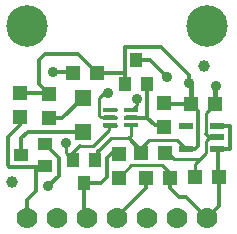
<source format=gbr>
G04 EAGLE Gerber RS-274X export*
G75*
%MOMM*%
%FSLAX34Y34*%
%LPD*%
%INTop Copper*%
%IPPOS*%
%AMOC8*
5,1,8,0,0,1.08239X$1,22.5*%
G01*
%ADD10R,1.200000X0.400000*%
%ADD11R,1.000000X0.400000*%
%ADD12R,1.200000X1.300000*%
%ADD13R,1.300000X1.200000*%
%ADD14R,1.000000X1.270000*%
%ADD15R,1.200000X0.550000*%
%ADD16R,1.400000X1.400000*%
%ADD17R,1.270000X1.000000*%
%ADD18C,1.000000*%
%ADD19C,3.516000*%
%ADD20C,1.778000*%
%ADD21C,0.254000*%
%ADD22C,0.906400*%
%ADD23C,0.406400*%
%ADD24C,0.304800*%

G36*
X100128Y104506D02*
X100128Y104506D01*
X100165Y104505D01*
X100553Y104556D01*
X100596Y104571D01*
X100679Y104590D01*
X101041Y104740D01*
X101078Y104765D01*
X101154Y104805D01*
X101465Y105043D01*
X101494Y105077D01*
X101557Y105135D01*
X101795Y105446D01*
X101815Y105487D01*
X101860Y105559D01*
X102010Y105921D01*
X102019Y105965D01*
X102044Y106047D01*
X102095Y106435D01*
X102092Y106476D01*
X102099Y106514D01*
X102094Y106535D01*
X102095Y106565D01*
X102044Y106953D01*
X102029Y106996D01*
X102010Y107079D01*
X101860Y107441D01*
X101835Y107478D01*
X101795Y107554D01*
X101557Y107865D01*
X101523Y107894D01*
X101465Y107957D01*
X101154Y108195D01*
X101113Y108215D01*
X101041Y108260D01*
X100679Y108410D01*
X100635Y108419D01*
X100553Y108444D01*
X100165Y108495D01*
X100142Y108493D01*
X100134Y108495D01*
X100127Y108495D01*
X100100Y108499D01*
X90600Y108499D01*
X90592Y108498D01*
X90583Y108499D01*
X90495Y108478D01*
X90405Y108460D01*
X90398Y108455D01*
X90390Y108453D01*
X90317Y108399D01*
X90241Y108347D01*
X90237Y108340D01*
X90230Y108335D01*
X90183Y108257D01*
X90134Y108180D01*
X90133Y108171D01*
X90128Y108164D01*
X90101Y108000D01*
X90101Y105000D01*
X90102Y104992D01*
X90101Y104983D01*
X90122Y104895D01*
X90140Y104805D01*
X90145Y104798D01*
X90147Y104790D01*
X90201Y104717D01*
X90253Y104641D01*
X90260Y104637D01*
X90265Y104630D01*
X90343Y104583D01*
X90420Y104534D01*
X90429Y104533D01*
X90436Y104528D01*
X90600Y104501D01*
X100100Y104501D01*
X100128Y104506D01*
G37*
G36*
X100128Y98006D02*
X100128Y98006D01*
X100165Y98005D01*
X100553Y98056D01*
X100596Y98071D01*
X100679Y98090D01*
X101041Y98240D01*
X101078Y98265D01*
X101154Y98305D01*
X101465Y98543D01*
X101494Y98577D01*
X101557Y98635D01*
X101795Y98946D01*
X101815Y98987D01*
X101860Y99059D01*
X102010Y99421D01*
X102019Y99465D01*
X102044Y99547D01*
X102095Y99935D01*
X102092Y99976D01*
X102099Y100014D01*
X102094Y100035D01*
X102095Y100065D01*
X102044Y100453D01*
X102029Y100496D01*
X102010Y100579D01*
X101860Y100941D01*
X101835Y100978D01*
X101795Y101054D01*
X101557Y101365D01*
X101523Y101394D01*
X101465Y101457D01*
X101154Y101695D01*
X101113Y101715D01*
X101041Y101760D01*
X100679Y101910D01*
X100635Y101919D01*
X100553Y101944D01*
X100165Y101995D01*
X100142Y101993D01*
X100134Y101995D01*
X100127Y101995D01*
X100100Y101999D01*
X90600Y101999D01*
X90592Y101998D01*
X90583Y101999D01*
X90495Y101978D01*
X90405Y101960D01*
X90398Y101955D01*
X90390Y101953D01*
X90317Y101899D01*
X90241Y101847D01*
X90237Y101840D01*
X90230Y101835D01*
X90183Y101757D01*
X90134Y101680D01*
X90133Y101671D01*
X90128Y101664D01*
X90101Y101500D01*
X90101Y98500D01*
X90102Y98492D01*
X90101Y98483D01*
X90122Y98395D01*
X90140Y98305D01*
X90145Y98298D01*
X90147Y98290D01*
X90201Y98217D01*
X90253Y98141D01*
X90260Y98137D01*
X90265Y98130D01*
X90343Y98083D01*
X90420Y98034D01*
X90429Y98033D01*
X90436Y98028D01*
X90600Y98001D01*
X100100Y98001D01*
X100128Y98006D01*
G37*
G36*
X100128Y91506D02*
X100128Y91506D01*
X100165Y91505D01*
X100553Y91556D01*
X100596Y91571D01*
X100679Y91590D01*
X101041Y91740D01*
X101078Y91765D01*
X101154Y91805D01*
X101465Y92043D01*
X101494Y92077D01*
X101557Y92135D01*
X101795Y92446D01*
X101815Y92487D01*
X101860Y92559D01*
X102010Y92921D01*
X102019Y92965D01*
X102044Y93047D01*
X102095Y93435D01*
X102092Y93476D01*
X102099Y93514D01*
X102094Y93535D01*
X102095Y93565D01*
X102044Y93953D01*
X102029Y93996D01*
X102010Y94079D01*
X101860Y94441D01*
X101835Y94478D01*
X101795Y94554D01*
X101557Y94865D01*
X101523Y94894D01*
X101465Y94957D01*
X101154Y95195D01*
X101113Y95215D01*
X101041Y95260D01*
X100679Y95410D01*
X100635Y95419D01*
X100553Y95444D01*
X100165Y95495D01*
X100142Y95493D01*
X100134Y95495D01*
X100127Y95495D01*
X100100Y95499D01*
X90600Y95499D01*
X90592Y95498D01*
X90583Y95499D01*
X90495Y95478D01*
X90405Y95460D01*
X90398Y95455D01*
X90390Y95453D01*
X90317Y95399D01*
X90241Y95347D01*
X90237Y95340D01*
X90230Y95335D01*
X90183Y95257D01*
X90134Y95180D01*
X90133Y95171D01*
X90128Y95164D01*
X90101Y95000D01*
X90101Y92000D01*
X90102Y91992D01*
X90101Y91983D01*
X90122Y91895D01*
X90140Y91805D01*
X90145Y91798D01*
X90147Y91790D01*
X90201Y91717D01*
X90253Y91641D01*
X90260Y91637D01*
X90265Y91630D01*
X90343Y91583D01*
X90420Y91534D01*
X90429Y91533D01*
X90436Y91528D01*
X90600Y91501D01*
X100100Y91501D01*
X100128Y91506D01*
G37*
G36*
X118608Y104502D02*
X118608Y104502D01*
X118617Y104501D01*
X118705Y104522D01*
X118795Y104540D01*
X118802Y104545D01*
X118810Y104547D01*
X118883Y104601D01*
X118959Y104653D01*
X118963Y104660D01*
X118970Y104665D01*
X119017Y104743D01*
X119066Y104820D01*
X119067Y104829D01*
X119072Y104836D01*
X119099Y105000D01*
X119099Y108000D01*
X119098Y108006D01*
X119099Y108012D01*
X119099Y108014D01*
X119099Y108017D01*
X119078Y108105D01*
X119060Y108195D01*
X119055Y108202D01*
X119053Y108210D01*
X118999Y108283D01*
X118947Y108359D01*
X118940Y108363D01*
X118935Y108370D01*
X118857Y108417D01*
X118780Y108466D01*
X118771Y108467D01*
X118764Y108472D01*
X118600Y108499D01*
X109100Y108499D01*
X109078Y108495D01*
X109066Y108495D01*
X109062Y108494D01*
X109035Y108495D01*
X108647Y108444D01*
X108604Y108429D01*
X108521Y108410D01*
X108159Y108260D01*
X108122Y108235D01*
X108046Y108195D01*
X107735Y107957D01*
X107706Y107923D01*
X107643Y107865D01*
X107405Y107554D01*
X107385Y107513D01*
X107340Y107441D01*
X107190Y107079D01*
X107181Y107035D01*
X107156Y106953D01*
X107105Y106565D01*
X107108Y106521D01*
X107101Y106481D01*
X107106Y106462D01*
X107105Y106435D01*
X107156Y106047D01*
X107171Y106004D01*
X107190Y105921D01*
X107340Y105559D01*
X107365Y105522D01*
X107405Y105446D01*
X107643Y105135D01*
X107677Y105106D01*
X107735Y105043D01*
X108046Y104805D01*
X108087Y104785D01*
X108159Y104740D01*
X108521Y104590D01*
X108565Y104581D01*
X108647Y104556D01*
X109035Y104505D01*
X109063Y104507D01*
X109100Y104501D01*
X118600Y104501D01*
X118608Y104502D01*
G37*
G36*
X118608Y98002D02*
X118608Y98002D01*
X118617Y98001D01*
X118705Y98022D01*
X118795Y98040D01*
X118802Y98045D01*
X118810Y98047D01*
X118883Y98101D01*
X118959Y98153D01*
X118963Y98160D01*
X118970Y98165D01*
X119017Y98243D01*
X119066Y98320D01*
X119067Y98329D01*
X119072Y98336D01*
X119099Y98500D01*
X119099Y101500D01*
X119098Y101506D01*
X119099Y101512D01*
X119099Y101514D01*
X119099Y101517D01*
X119078Y101605D01*
X119060Y101695D01*
X119055Y101702D01*
X119053Y101710D01*
X118999Y101783D01*
X118947Y101859D01*
X118940Y101863D01*
X118935Y101870D01*
X118857Y101917D01*
X118780Y101966D01*
X118771Y101967D01*
X118764Y101972D01*
X118600Y101999D01*
X109100Y101999D01*
X109078Y101995D01*
X109066Y101995D01*
X109062Y101994D01*
X109035Y101995D01*
X108647Y101944D01*
X108604Y101929D01*
X108521Y101910D01*
X108159Y101760D01*
X108122Y101735D01*
X108046Y101695D01*
X107735Y101457D01*
X107706Y101423D01*
X107643Y101365D01*
X107405Y101054D01*
X107385Y101013D01*
X107340Y100941D01*
X107190Y100579D01*
X107181Y100535D01*
X107156Y100453D01*
X107105Y100065D01*
X107108Y100021D01*
X107101Y99981D01*
X107106Y99962D01*
X107105Y99935D01*
X107156Y99547D01*
X107171Y99504D01*
X107190Y99421D01*
X107340Y99059D01*
X107365Y99022D01*
X107405Y98946D01*
X107643Y98635D01*
X107677Y98606D01*
X107735Y98543D01*
X108046Y98305D01*
X108087Y98285D01*
X108159Y98240D01*
X108521Y98090D01*
X108565Y98081D01*
X108647Y98056D01*
X109035Y98005D01*
X109063Y98007D01*
X109100Y98001D01*
X118600Y98001D01*
X118608Y98002D01*
G37*
D10*
X113100Y93500D03*
D11*
X114100Y100000D03*
X114100Y106500D03*
X95100Y106500D03*
X95100Y100000D03*
X95100Y93500D03*
D12*
X122260Y70500D03*
X142580Y70500D03*
D13*
X141300Y92370D03*
X141300Y112690D03*
D12*
X64700Y137570D03*
X85020Y137570D03*
D14*
X73590Y44680D03*
X64090Y64680D03*
X83090Y64680D03*
X117840Y149000D03*
X127340Y129000D03*
X108340Y129000D03*
D13*
X103020Y69470D03*
X103020Y49150D03*
D12*
X126110Y48730D03*
X146430Y48730D03*
D15*
X185931Y73910D03*
X185931Y83410D03*
X185931Y92910D03*
X159929Y92910D03*
X159929Y73910D03*
D12*
X188170Y49910D03*
X167850Y49910D03*
D16*
X72410Y117120D03*
X72410Y88120D03*
D13*
X44150Y120310D03*
X44150Y99990D03*
D12*
X164170Y111770D03*
X184490Y111770D03*
D17*
X20410Y68420D03*
X40410Y77920D03*
X40410Y58920D03*
D18*
X175520Y143800D03*
X12300Y45400D03*
D19*
X25400Y177800D03*
X177800Y177800D03*
D20*
X177800Y15240D03*
X152400Y15240D03*
X127000Y15240D03*
X101600Y15240D03*
X76200Y15240D03*
X50800Y15240D03*
X25400Y15240D03*
D13*
X19050Y100330D03*
X19050Y120650D03*
D21*
X179930Y83410D02*
X180750Y83410D01*
X179930Y83410D02*
X176530Y80010D01*
X176530Y69850D01*
X171450Y64770D01*
X167850Y61170D01*
X167850Y49910D01*
X171450Y64770D02*
X149580Y64770D01*
D22*
X185420Y127000D03*
D23*
X184490Y126070D01*
X184490Y111770D01*
D21*
X185931Y83410D02*
X180750Y83410D01*
X176530Y86360D02*
X176530Y103810D01*
X184490Y111770D01*
X118110Y110510D02*
X114100Y106500D01*
X118110Y110510D02*
X118110Y115570D01*
D22*
X118110Y115570D03*
D24*
X52070Y66260D02*
X40410Y77920D01*
X52070Y66260D02*
X52070Y50800D01*
X43180Y41910D01*
D22*
X43180Y41910D03*
D24*
X179480Y83410D02*
X180750Y83410D01*
X179480Y83410D02*
X176530Y86360D01*
X149580Y64770D02*
X145120Y69230D01*
X142580Y70500D01*
D21*
X64090Y65360D02*
X64090Y64680D01*
X69850Y76200D02*
X81280Y76200D01*
X95100Y90020D01*
X95100Y93500D01*
D22*
X46990Y138430D03*
X58420Y78740D03*
D21*
X58420Y70350D01*
X64090Y64680D01*
D24*
X64090Y70440D02*
X69850Y76200D01*
X64090Y70440D02*
X64090Y64680D01*
X63840Y138430D02*
X46990Y138430D01*
X63840Y138430D02*
X64700Y137570D01*
X114100Y100000D02*
X125730Y100000D01*
X127330Y100000D01*
X133350Y93980D01*
X142910Y93980D01*
X141300Y92370D01*
X127340Y101610D02*
X127340Y129000D01*
X127340Y101610D02*
X125730Y100000D01*
X73590Y44680D02*
X73590Y17850D01*
X73590Y44680D02*
X87860Y44680D01*
X92710Y49530D01*
X92710Y66040D01*
X97790Y71120D01*
X101370Y71120D01*
X103020Y69470D01*
X73590Y17850D02*
X76200Y15240D01*
X126110Y40510D02*
X126110Y48730D01*
D22*
X143510Y134620D03*
D24*
X126110Y40510D02*
X101600Y16000D01*
X101600Y15240D01*
X117840Y149000D02*
X129130Y149000D01*
X143510Y134620D01*
X188170Y49910D02*
X188170Y25610D01*
X189541Y92710D02*
X196850Y92710D01*
X196850Y73660D01*
D21*
X113560Y59690D02*
X103020Y49150D01*
X113560Y59690D02*
X139700Y59690D01*
X146430Y52960D01*
X146430Y48730D01*
D24*
X146430Y40260D01*
X153670Y33020D01*
X160020Y33020D01*
X177800Y15240D01*
X188170Y25610D01*
X186181Y73660D02*
X196850Y73660D01*
X186181Y73660D02*
X185931Y73910D01*
X187201Y72640D01*
X187201Y50879D01*
X188170Y49910D01*
X189341Y92910D02*
X185931Y92910D01*
X189341Y92910D02*
X189541Y92710D01*
D21*
X95100Y100000D02*
X94770Y100330D01*
X87630Y100330D01*
X86360Y101600D01*
X86360Y116840D01*
X90170Y120650D01*
X93980Y120650D01*
D22*
X93980Y120650D03*
D24*
X20410Y82640D02*
X20410Y68420D01*
X20410Y82640D02*
X25890Y88120D01*
X72410Y88120D01*
X55280Y99990D02*
X44150Y99990D01*
X55280Y99990D02*
X72410Y117120D01*
X40410Y58920D02*
X39910Y58420D01*
X35560Y58420D01*
X10160Y58420D01*
X8890Y59690D01*
X8890Y83820D01*
X19050Y93980D01*
X19050Y100330D01*
X25400Y30480D02*
X25400Y15240D01*
X25400Y30480D02*
X33020Y38100D01*
X33020Y55880D01*
X35560Y58420D01*
X141300Y112690D02*
X142220Y111770D01*
X164170Y111770D01*
X108340Y129000D02*
X108340Y136770D01*
D21*
X96520Y82550D02*
X85630Y71660D01*
X96520Y82550D02*
X111480Y82550D01*
X113100Y84170D02*
X113100Y93500D01*
X113100Y84170D02*
X111480Y82550D01*
D22*
X162560Y129540D03*
D23*
X164170Y127930D01*
X164170Y111770D01*
D24*
X108340Y129000D02*
X108340Y138430D01*
X108340Y160020D01*
X138430Y160020D01*
X162560Y135890D02*
X162560Y129540D01*
D21*
X152559Y81280D02*
X159929Y73910D01*
X152559Y81280D02*
X128270Y81280D01*
X123190Y76200D01*
X122260Y74930D01*
X122260Y70500D01*
D24*
X43810Y120650D02*
X19050Y120650D01*
X43810Y120650D02*
X44150Y120310D01*
X35560Y128900D01*
X35560Y148590D01*
X40640Y153670D01*
X68920Y153670D01*
X85020Y137570D01*
X107090Y137570D01*
X107950Y138430D01*
X108340Y138430D01*
X85630Y71660D02*
X85630Y67220D01*
X83090Y64680D01*
X111480Y82550D02*
X123530Y70500D01*
X122260Y70500D01*
X162560Y135890D02*
X138430Y160020D01*
X164170Y111770D02*
X170180Y105760D01*
X170180Y76200D01*
X167890Y73910D01*
X159929Y73910D01*
M02*

</source>
